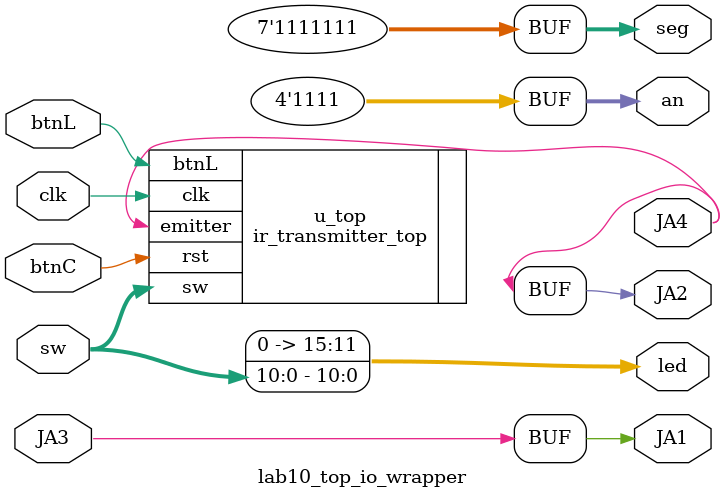
<source format=sv>
`timescale 1ns / 1ps
module lab10_top_io_wrapper(
	output logic [15:0] led,
	output logic [6:0] seg,
	output logic [3:0] an,
	output logic JA4,
	output logic JA2,
	output logic JA1,
	input logic JA3,
	input logic btnC, btnL,
	input logic [10:0] sw,
	input logic clk
	);

	assign an = 4'b1111;	// disable the seven segment decoders
	assign seg = 7'b1111111;
	assign led[15:11] = 5'd0;	// shut off unused leds
	// map lower leds to switches
	assign led[10:0] = sw;

	assign JA1 = JA3;	// pin JA1 - duplicate input
	assign JA2 = JA4;	// pin JA2 - duplicate output

	ir_transmitter_top u_top (.emitter(JA4),
		.clk, .sw, .rst(btnC), .btnL);

endmodule

</source>
